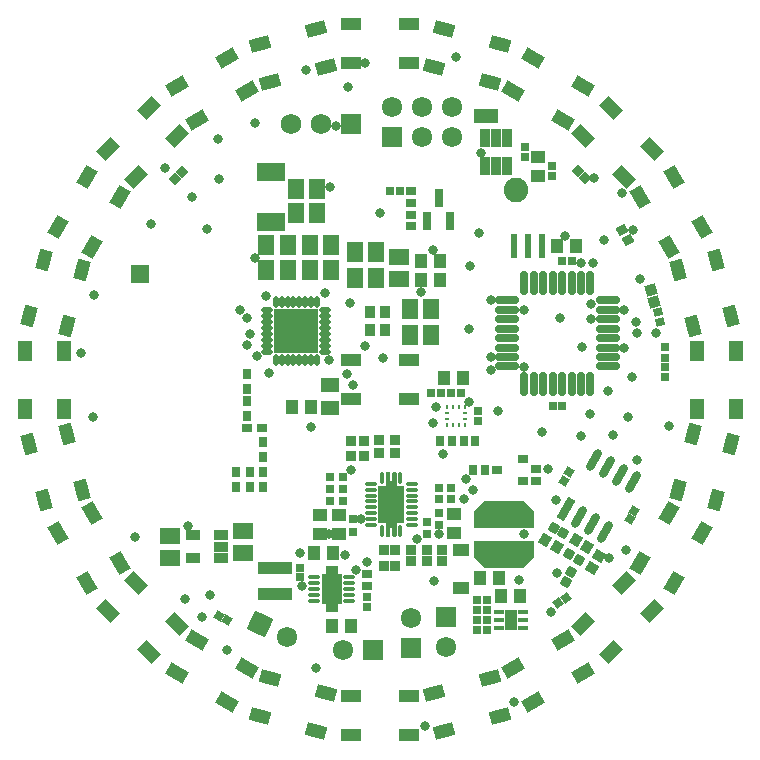
<source format=gts>
G04 Layer_Color=8388736*
%FSLAX25Y25*%
%MOIN*%
G70*
G01*
G75*
%ADD43O,0.00984X0.01476*%
%ADD44O,0.01476X0.00984*%
%ADD55R,0.01181X0.01181*%
%ADD64R,0.14567X0.14567*%
%ADD67R,0.03937X0.03937*%
%ADD113R,0.05847X0.05847*%
%ADD114R,0.03162X0.03162*%
%ADD115R,0.03162X0.03162*%
%ADD116R,0.05603X0.04383*%
%ADD117R,0.03241X0.03241*%
%ADD118R,0.03241X0.03241*%
%ADD119R,0.03359X0.02965*%
%ADD120R,0.02965X0.02572*%
%ADD121R,0.02847X0.02847*%
%ADD122R,0.11430X0.03950*%
%ADD123P,0.04027X4X105.0*%
%ADD124R,0.06509X0.05328*%
%ADD125R,0.02847X0.02847*%
%ADD126R,0.02965X0.03359*%
%ADD127R,0.03753X0.03162*%
%ADD128R,0.03162X0.06312*%
%ADD129R,0.02572X0.02965*%
%ADD130R,0.04343X0.04737*%
G04:AMPARAMS|DCode=131|XSize=29.65mil|YSize=25.72mil|CornerRadius=0mil|HoleSize=0mil|Usage=FLASHONLY|Rotation=15.000|XOffset=0mil|YOffset=0mil|HoleType=Round|Shape=Rectangle|*
%AMROTATEDRECTD131*
4,1,4,-0.01099,-0.01626,-0.01765,0.00858,0.01099,0.01626,0.01765,-0.00858,-0.01099,-0.01626,0.0*
%
%ADD131ROTATEDRECTD131*%

%ADD132P,0.05140X4X240.0*%
G04:AMPARAMS|DCode=133|XSize=33.59mil|YSize=29.65mil|CornerRadius=0mil|HoleSize=0mil|Usage=FLASHONLY|Rotation=210.000|XOffset=0mil|YOffset=0mil|HoleType=Round|Shape=Rectangle|*
%AMROTATEDRECTD133*
4,1,4,0.00713,0.02124,0.02196,-0.00444,-0.00713,-0.02124,-0.02196,0.00444,0.00713,0.02124,0.0*
%
%ADD133ROTATEDRECTD133*%

%ADD134P,0.04027X4X90.0*%
%ADD135R,0.04737X0.04343*%
%ADD136R,0.03556X0.05918*%
%ADD137P,0.04027X4X360.0*%
%ADD138P,0.04027X4X195.0*%
%ADD139P,0.04027X4X350.0*%
%ADD140P,0.04583X4X195.0*%
%ADD141P,0.04583X4X285.0*%
G04:AMPARAMS|DCode=142|XSize=78.87mil|YSize=27.92mil|CornerRadius=0mil|HoleSize=0mil|Usage=FLASHONLY|Rotation=60.000|XOffset=0mil|YOffset=0mil|HoleType=Round|Shape=Rectangle|*
%AMROTATEDRECTD142*
4,1,4,-0.00763,-0.04113,-0.03181,-0.02717,0.00763,0.04113,0.03181,0.02717,-0.00763,-0.04113,0.0*
%
%ADD142ROTATEDRECTD142*%

G04:AMPARAMS|DCode=143|XSize=78.87mil|YSize=27.92mil|CornerRadius=0mil|HoleSize=0mil|Usage=FLASHONLY|Rotation=60.000|XOffset=0mil|YOffset=0mil|HoleType=Round|Shape=Round|*
%AMOVALD143*
21,1,0.05095,0.02792,0.00000,0.00000,60.0*
1,1,0.02792,-0.01274,-0.02206*
1,1,0.02792,0.01274,0.02206*
%
%ADD143OVALD143*%

%ADD144R,0.05131X0.03359*%
%ADD145R,0.02800X0.04700*%
%ADD146R,0.02375X0.08280*%
%ADD147R,0.04488X0.06850*%
%ADD148R,0.03307X0.01732*%
%ADD149R,0.03359X0.03753*%
%ADD150R,0.03753X0.03359*%
G04:AMPARAMS|DCode=151|XSize=37.53mil|YSize=33.59mil|CornerRadius=0mil|HoleSize=0mil|Usage=FLASHONLY|Rotation=240.000|XOffset=0mil|YOffset=0mil|HoleType=Round|Shape=Rectangle|*
%AMROTATEDRECTD151*
4,1,4,-0.00516,0.02465,0.02393,0.00785,0.00516,-0.02465,-0.02393,-0.00785,-0.00516,0.02465,0.0*
%
%ADD151ROTATEDRECTD151*%

G04:AMPARAMS|DCode=152|XSize=37.53mil|YSize=33.59mil|CornerRadius=0mil|HoleSize=0mil|Usage=FLASHONLY|Rotation=150.000|XOffset=0mil|YOffset=0mil|HoleType=Round|Shape=Rectangle|*
%AMROTATEDRECTD152*
4,1,4,0.02465,0.00516,0.00785,-0.02393,-0.02465,-0.00516,-0.00785,0.02393,0.02465,0.00516,0.0*
%
%ADD152ROTATEDRECTD152*%

%ADD153R,0.06312X0.04934*%
%ADD154O,0.03898X0.01654*%
%ADD155R,0.07047X0.10000*%
%ADD156O,0.01654X0.03898*%
%ADD157R,0.05328X0.06509*%
%ADD158R,0.02800X0.03300*%
%ADD159R,0.03300X0.02800*%
%ADD160O,0.02762X0.08077*%
%ADD161O,0.08077X0.02762*%
%ADD162R,0.03753X0.04343*%
%ADD163O,0.01781X0.03947*%
%ADD164O,0.03947X0.01781*%
%ADD165R,0.06706X0.04343*%
G04:AMPARAMS|DCode=166|XSize=67.06mil|YSize=43.43mil|CornerRadius=0mil|HoleSize=0mil|Usage=FLASHONLY|Rotation=345.008|XOffset=0mil|YOffset=0mil|HoleType=Round|Shape=Rectangle|*
%AMROTATEDRECTD166*
4,1,4,-0.03800,-0.01231,-0.02677,0.02965,0.03800,0.01231,0.02677,-0.02965,-0.03800,-0.01231,0.0*
%
%ADD166ROTATEDRECTD166*%

G04:AMPARAMS|DCode=167|XSize=67.06mil|YSize=43.43mil|CornerRadius=0mil|HoleSize=0mil|Usage=FLASHONLY|Rotation=330.022|XOffset=0mil|YOffset=0mil|HoleType=Round|Shape=Rectangle|*
%AMROTATEDRECTD167*
4,1,4,-0.03989,-0.00206,-0.01819,0.03556,0.03989,0.00206,0.01819,-0.03556,-0.03989,-0.00206,0.0*
%
%ADD167ROTATEDRECTD167*%

G04:AMPARAMS|DCode=168|XSize=67.06mil|YSize=43.43mil|CornerRadius=0mil|HoleSize=0mil|Usage=FLASHONLY|Rotation=315.011|XOffset=0mil|YOffset=0mil|HoleType=Round|Shape=Rectangle|*
%AMROTATEDRECTD168*
4,1,4,-0.03907,0.00834,-0.00836,0.03906,0.03907,-0.00834,0.00836,-0.03906,-0.03907,0.00834,0.0*
%
%ADD168ROTATEDRECTD168*%

G04:AMPARAMS|DCode=169|XSize=67.06mil|YSize=43.43mil|CornerRadius=0mil|HoleSize=0mil|Usage=FLASHONLY|Rotation=300.025|XOffset=0mil|YOffset=0mil|HoleType=Round|Shape=Rectangle|*
%AMROTATEDRECTD169*
4,1,4,-0.03558,0.01816,0.00203,0.03990,0.03558,-0.01816,-0.00203,-0.03990,-0.03558,0.01816,0.0*
%
%ADD169ROTATEDRECTD169*%

G04:AMPARAMS|DCode=170|XSize=67.06mil|YSize=43.43mil|CornerRadius=0mil|HoleSize=0mil|Usage=FLASHONLY|Rotation=285.013|XOffset=0mil|YOffset=0mil|HoleType=Round|Shape=Rectangle|*
%AMROTATEDRECTD170*
4,1,4,-0.02966,0.02676,0.01229,0.03801,0.02966,-0.02676,-0.01229,-0.03801,-0.02966,0.02676,0.0*
%
%ADD170ROTATEDRECTD170*%

G04:AMPARAMS|DCode=171|XSize=67.06mil|YSize=43.43mil|CornerRadius=0mil|HoleSize=0mil|Usage=FLASHONLY|Rotation=270.002|XOffset=0mil|YOffset=0mil|HoleType=Round|Shape=Rectangle|*
%AMROTATEDRECTD171*
4,1,4,-0.02172,0.03353,0.02172,0.03353,0.02172,-0.03353,-0.02172,-0.03353,-0.02172,0.03353,0.0*
%
%ADD171ROTATEDRECTD171*%

G04:AMPARAMS|DCode=172|XSize=67.06mil|YSize=43.43mil|CornerRadius=0mil|HoleSize=0mil|Usage=FLASHONLY|Rotation=255.016|XOffset=0mil|YOffset=0mil|HoleType=Round|Shape=Rectangle|*
%AMROTATEDRECTD172*
4,1,4,-0.01231,0.03800,0.02965,0.02677,0.01231,-0.03800,-0.02965,-0.02677,-0.01231,0.03800,0.0*
%
%ADD172ROTATEDRECTD172*%

G04:AMPARAMS|DCode=173|XSize=67.06mil|YSize=43.43mil|CornerRadius=0mil|HoleSize=0mil|Usage=FLASHONLY|Rotation=240.005|XOffset=0mil|YOffset=0mil|HoleType=Round|Shape=Rectangle|*
%AMROTATEDRECTD173*
4,1,4,-0.00205,0.03989,0.03557,0.01818,0.00205,-0.03989,-0.03557,-0.01818,-0.00205,0.03989,0.0*
%
%ADD173ROTATEDRECTD173*%

G04:AMPARAMS|DCode=174|XSize=67.06mil|YSize=43.43mil|CornerRadius=0mil|HoleSize=0mil|Usage=FLASHONLY|Rotation=225.019|XOffset=0mil|YOffset=0mil|HoleType=Round|Shape=Rectangle|*
%AMROTATEDRECTD174*
4,1,4,0.00834,0.03907,0.03906,0.00836,-0.00834,-0.03907,-0.03906,-0.00836,0.00834,0.03907,0.0*
%
%ADD174ROTATEDRECTD174*%

G04:AMPARAMS|DCode=175|XSize=67.06mil|YSize=43.43mil|CornerRadius=0mil|HoleSize=0mil|Usage=FLASHONLY|Rotation=210.007|XOffset=0mil|YOffset=0mil|HoleType=Round|Shape=Rectangle|*
%AMROTATEDRECTD175*
4,1,4,0.01817,0.03557,0.03989,-0.00204,-0.01817,-0.03557,-0.03989,0.00204,0.01817,0.03557,0.0*
%
%ADD175ROTATEDRECTD175*%

G04:AMPARAMS|DCode=176|XSize=67.06mil|YSize=43.43mil|CornerRadius=0mil|HoleSize=0mil|Usage=FLASHONLY|Rotation=195.021|XOffset=0mil|YOffset=0mil|HoleType=Round|Shape=Rectangle|*
%AMROTATEDRECTD176*
4,1,4,0.02675,0.02966,0.03801,-0.01229,-0.02675,-0.02966,-0.03801,0.01229,0.02675,0.02966,0.0*
%
%ADD176ROTATEDRECTD176*%

%ADD177R,0.09461X0.05918*%
%ADD178R,0.01902X0.03556*%
%ADD179C,0.08200*%
%ADD180C,0.06784*%
%ADD181P,0.09594X4X380.0*%
%ADD182R,0.06784X0.06784*%
%ADD183R,0.06784X0.06784*%
%ADD184R,0.06902X0.06902*%
%ADD185C,0.06902*%
%ADD186C,0.03200*%
%ADD187C,0.02769*%
G36*
X51447Y-59185D02*
X47707Y-62728D01*
X35093D01*
X31353Y-59185D01*
Y-53658D01*
X51447D01*
Y-59185D01*
D02*
G37*
G36*
Y-43815D02*
Y-49343D01*
X31353D01*
Y-43815D01*
X35054Y-40272D01*
X47668D01*
X51447Y-43815D01*
D02*
G37*
G36*
X5279Y-30794D02*
X5321Y-30804D01*
X5361Y-30821D01*
X5398Y-30843D01*
X5431Y-30871D01*
X5459Y-30904D01*
X5482Y-30942D01*
X5498Y-30982D01*
X5508Y-31024D01*
X5512Y-31067D01*
Y-35220D01*
X7735D01*
X7779Y-35223D01*
X7821Y-35233D01*
X7861Y-35250D01*
X7898Y-35272D01*
X7931Y-35301D01*
X7959Y-35334D01*
X7982Y-35371D01*
X7998Y-35411D01*
X8009Y-35453D01*
X8012Y-35496D01*
Y-47504D01*
X8009Y-47547D01*
X7998Y-47589D01*
X7982Y-47629D01*
X7959Y-47666D01*
X7931Y-47699D01*
X7898Y-47728D01*
X7861Y-47750D01*
X7821Y-47767D01*
X7779Y-47777D01*
X7735Y-47780D01*
X5512D01*
Y-51933D01*
X5508Y-51976D01*
X5498Y-52019D01*
X5482Y-52059D01*
X5459Y-52096D01*
X5431Y-52129D01*
X5398Y-52157D01*
X5361Y-52179D01*
X5321Y-52196D01*
X5279Y-52206D01*
X5235Y-52210D01*
X4330D01*
X4287Y-52206D01*
X4245Y-52196D01*
X4205Y-52179D01*
X4168Y-52157D01*
X4135Y-52129D01*
X4106Y-52096D01*
X4084Y-52059D01*
X4067Y-52019D01*
X4057Y-51976D01*
X4053Y-51933D01*
Y-49355D01*
X3347D01*
Y-51933D01*
X3343Y-51976D01*
X3333Y-52019D01*
X3316Y-52059D01*
X3294Y-52096D01*
X3266Y-52129D01*
X3233Y-52157D01*
X3196Y-52179D01*
X3156Y-52196D01*
X3113Y-52206D01*
X3070Y-52210D01*
X2165D01*
X2121Y-52206D01*
X2079Y-52196D01*
X2039Y-52179D01*
X2002Y-52157D01*
X1969Y-52129D01*
X1941Y-52096D01*
X1918Y-52059D01*
X1902Y-52019D01*
X1892Y-51976D01*
X1888Y-51933D01*
Y-47780D01*
X-335D01*
X-379Y-47777D01*
X-421Y-47767D01*
X-461Y-47750D01*
X-498Y-47728D01*
X-531Y-47699D01*
X-559Y-47666D01*
X-582Y-47629D01*
X-598Y-47589D01*
X-608Y-47547D01*
X-612Y-47504D01*
Y-35496D01*
X-608Y-35453D01*
X-598Y-35411D01*
X-582Y-35371D01*
X-559Y-35334D01*
X-531Y-35301D01*
X-498Y-35272D01*
X-461Y-35250D01*
X-421Y-35233D01*
X-379Y-35223D01*
X-335Y-35220D01*
X1888D01*
Y-31067D01*
X1892Y-31024D01*
X1902Y-30982D01*
X1918Y-30942D01*
X1941Y-30904D01*
X1969Y-30871D01*
X2002Y-30843D01*
X2039Y-30821D01*
X2079Y-30804D01*
X2121Y-30794D01*
X2165Y-30790D01*
X3070D01*
X3113Y-30794D01*
X3156Y-30804D01*
X3196Y-30821D01*
X3233Y-30843D01*
X3266Y-30871D01*
X3294Y-30904D01*
X3316Y-30942D01*
X3333Y-30982D01*
X3343Y-31024D01*
X3347Y-31067D01*
Y-33645D01*
X4053D01*
Y-31067D01*
X4057Y-31024D01*
X4067Y-30982D01*
X4084Y-30942D01*
X4106Y-30904D01*
X4135Y-30871D01*
X4168Y-30843D01*
X4205Y-30821D01*
X4245Y-30804D01*
X4287Y-30794D01*
X4330Y-30790D01*
X5235D01*
X5279Y-30794D01*
D02*
G37*
D43*
X22268Y-9085D02*
D03*
X24236D02*
D03*
X26205D02*
D03*
X28173D02*
D03*
Y-14990D02*
D03*
X26205D02*
D03*
X24236D02*
D03*
X22268D02*
D03*
D44*
X28173Y-11053D02*
D03*
Y-13022D02*
D03*
X22268D02*
D03*
Y-11053D02*
D03*
D55*
X3700Y-41500D02*
D03*
D64*
X-27900Y16300D02*
D03*
D67*
X41400Y-58193D02*
D03*
Y-44807D02*
D03*
D113*
X-80016Y35375D02*
D03*
D114*
X23630Y-36192D02*
D03*
X19497D02*
D03*
X23630Y-39735D02*
D03*
X19497D02*
D03*
X-16608Y-40295D02*
D03*
X-12473D02*
D03*
X-16613Y-36362D02*
D03*
X-12479D02*
D03*
X-16613Y-32228D02*
D03*
X-12479D02*
D03*
D115*
X19545Y-44262D02*
D03*
Y-48395D02*
D03*
X15545Y-51496D02*
D03*
Y-47362D02*
D03*
X-9055Y-46461D02*
D03*
Y-50595D02*
D03*
D116*
X26800Y-56563D02*
D03*
Y-69437D02*
D03*
D117*
X20627Y-60257D02*
D03*
Y-56714D02*
D03*
X15508Y-60257D02*
D03*
Y-56714D02*
D03*
X10390Y-60257D02*
D03*
Y-56714D02*
D03*
D118*
X4882Y-56760D02*
D03*
X1338D02*
D03*
Y-62075D02*
D03*
X4882D02*
D03*
D119*
X-4380Y-68750D02*
D03*
Y-64813D02*
D03*
X51800Y-29831D02*
D03*
Y-33768D02*
D03*
X10400Y51131D02*
D03*
Y55068D02*
D03*
Y62868D02*
D03*
Y58931D02*
D03*
D120*
X-4380Y-72210D02*
D03*
Y-75753D02*
D03*
X95100Y4372D02*
D03*
Y828D02*
D03*
Y10972D02*
D03*
Y7428D02*
D03*
X35700Y-73328D02*
D03*
Y-76872D02*
D03*
X32200D02*
D03*
Y-73328D02*
D03*
D121*
X-26800Y-62625D02*
D03*
Y-65775D02*
D03*
X32600Y-13675D02*
D03*
Y-10525D02*
D03*
X57300Y71175D02*
D03*
Y68025D02*
D03*
X48200Y77475D02*
D03*
Y74325D02*
D03*
D122*
X-35000Y-62869D02*
D03*
Y-71531D02*
D03*
D123*
X-53864Y-78613D02*
D03*
X-51136Y-80187D02*
D03*
D124*
X-69900Y-52157D02*
D03*
Y-59243D02*
D03*
X-45800Y-57543D02*
D03*
Y-50457D02*
D03*
X6372Y40821D02*
D03*
Y33734D02*
D03*
D125*
X20195Y-4437D02*
D03*
X17046D02*
D03*
X26895D02*
D03*
X23746D02*
D03*
X63797Y39778D02*
D03*
X60647D02*
D03*
X60675Y-8800D02*
D03*
X57525D02*
D03*
X35575Y-83500D02*
D03*
X32425D02*
D03*
D126*
X31769Y-20400D02*
D03*
X27832D02*
D03*
X34969Y-30000D02*
D03*
X31032D02*
D03*
X20032Y-20400D02*
D03*
X23969D02*
D03*
D127*
X38933Y-30064D02*
D03*
X47594Y-26324D02*
D03*
Y-33804D02*
D03*
D128*
X15781Y53058D02*
D03*
X23261D02*
D03*
X19522Y60538D02*
D03*
D129*
X6672Y63000D02*
D03*
X3128D02*
D03*
X32228Y-80100D02*
D03*
X35772D02*
D03*
D130*
X65372Y44699D02*
D03*
X59073D02*
D03*
X-16030Y-81982D02*
D03*
X-9731D02*
D03*
X33350Y-65900D02*
D03*
X39650D02*
D03*
X-23050Y-9100D02*
D03*
X-29350D02*
D03*
X21171Y563D02*
D03*
X27470D02*
D03*
X40450Y-72200D02*
D03*
X46750D02*
D03*
X-15850Y-57600D02*
D03*
X-22150D02*
D03*
X19950Y33300D02*
D03*
X13650D02*
D03*
X20050Y39500D02*
D03*
X13750D02*
D03*
D131*
X92541Y22611D02*
D03*
X93458Y19189D02*
D03*
D132*
X91409Y26099D02*
D03*
X90390Y29901D02*
D03*
D133*
X82584Y46595D02*
D03*
X80616Y50005D02*
D03*
D134*
X65958Y69526D02*
D03*
X68186Y67299D02*
D03*
D135*
X52600Y67950D02*
D03*
Y74250D02*
D03*
X24645Y-44679D02*
D03*
Y-50978D02*
D03*
X-13855Y-51478D02*
D03*
Y-45179D02*
D03*
X-20155D02*
D03*
Y-51478D02*
D03*
D136*
X34806Y71295D02*
D03*
X38546D02*
D03*
X42287D02*
D03*
Y80744D02*
D03*
X38546D02*
D03*
X34806D02*
D03*
D137*
X-66080Y69192D02*
D03*
X-68308Y66965D02*
D03*
D138*
X61313Y-33564D02*
D03*
X62888Y-30836D02*
D03*
X83213Y-46464D02*
D03*
X84787Y-43736D02*
D03*
D139*
X61990Y-72697D02*
D03*
X59410Y-74503D02*
D03*
D140*
X61814Y-67234D02*
D03*
X63586Y-64166D02*
D03*
D141*
X61034Y-51086D02*
D03*
X57966Y-49314D02*
D03*
X66134Y-59886D02*
D03*
X63066Y-58114D02*
D03*
D142*
X61900Y-43200D02*
D03*
D143*
X66230Y-45700D02*
D03*
X70560Y-48200D02*
D03*
X74890Y-50700D02*
D03*
X71428Y-26698D02*
D03*
X75758Y-29198D02*
D03*
X80088Y-31698D02*
D03*
X84418Y-34198D02*
D03*
D144*
X-52976Y-59340D02*
D03*
Y-55600D02*
D03*
Y-51860D02*
D03*
X-62424D02*
D03*
Y-59340D02*
D03*
D145*
X35300Y87900D02*
D03*
X38100D02*
D03*
X32500D02*
D03*
D146*
X54124Y44700D02*
D03*
X49400D02*
D03*
X44676D02*
D03*
D147*
X43600Y-80000D02*
D03*
D148*
X47734Y-77441D02*
D03*
Y-80000D02*
D03*
Y-82559D02*
D03*
X39466D02*
D03*
Y-80000D02*
D03*
Y-77441D02*
D03*
D149*
X-9617Y-25519D02*
D03*
X-5286D02*
D03*
X-9617Y-20400D02*
D03*
X-5286D02*
D03*
D150*
X4950Y-20203D02*
D03*
Y-24534D02*
D03*
X-365Y-20203D02*
D03*
Y-24534D02*
D03*
D151*
X55125Y-53417D02*
D03*
X58875Y-55583D02*
D03*
X65325Y-53517D02*
D03*
X69075Y-55683D02*
D03*
D152*
X70717Y-62575D02*
D03*
X72883Y-58825D02*
D03*
D153*
X-16600Y-9240D02*
D03*
Y-1760D02*
D03*
D154*
X-10273Y-65745D02*
D03*
Y-67713D02*
D03*
Y-69682D02*
D03*
Y-71650D02*
D03*
Y-73619D02*
D03*
X-21888D02*
D03*
Y-71650D02*
D03*
Y-69682D02*
D03*
Y-67713D02*
D03*
Y-65745D02*
D03*
X-3091Y-48390D02*
D03*
Y-46421D02*
D03*
Y-44453D02*
D03*
Y-42484D02*
D03*
Y-40516D02*
D03*
Y-38547D02*
D03*
Y-36579D02*
D03*
Y-34610D02*
D03*
X10491D02*
D03*
Y-36579D02*
D03*
Y-38547D02*
D03*
Y-40516D02*
D03*
Y-42484D02*
D03*
Y-44453D02*
D03*
Y-46421D02*
D03*
Y-48390D02*
D03*
D155*
X-16081Y-69682D02*
D03*
D156*
X6653Y-50260D02*
D03*
X747D02*
D03*
Y-32740D02*
D03*
X6653D02*
D03*
D157*
X9957Y14800D02*
D03*
X17043D02*
D03*
X-8343Y34100D02*
D03*
X-1257D02*
D03*
X9857Y23600D02*
D03*
X16943D02*
D03*
X-23537Y44957D02*
D03*
X-16450D02*
D03*
X-37907Y44957D02*
D03*
X-30820D02*
D03*
Y36492D02*
D03*
X-37907D02*
D03*
X-20957Y55500D02*
D03*
X-28043D02*
D03*
X-23537Y36492D02*
D03*
X-16450D02*
D03*
X-20957Y63700D02*
D03*
X-28043D02*
D03*
X-1257Y42600D02*
D03*
X-8343D02*
D03*
D158*
X-43533Y-35851D02*
D03*
Y-30851D02*
D03*
X-39006Y-35851D02*
D03*
Y-30851D02*
D03*
X-48061Y-35851D02*
D03*
Y-30851D02*
D03*
X-44500Y2100D02*
D03*
Y-2900D02*
D03*
Y-7100D02*
D03*
Y-12100D02*
D03*
X-39006Y-20694D02*
D03*
Y-25694D02*
D03*
D159*
X-44320Y-15969D02*
D03*
X-39320D02*
D03*
D160*
X70124Y32232D02*
D03*
X66974D02*
D03*
X63824D02*
D03*
X60675D02*
D03*
X57525D02*
D03*
X54376D02*
D03*
X51226D02*
D03*
X48076D02*
D03*
Y-1232D02*
D03*
X51226D02*
D03*
X54376D02*
D03*
X57525D02*
D03*
X60675D02*
D03*
X63824D02*
D03*
X66974D02*
D03*
X70124D02*
D03*
D161*
X42368Y26524D02*
D03*
Y23374D02*
D03*
Y20224D02*
D03*
Y17075D02*
D03*
Y13925D02*
D03*
Y10776D02*
D03*
Y7626D02*
D03*
Y4476D02*
D03*
X75832D02*
D03*
Y7626D02*
D03*
Y10776D02*
D03*
Y13925D02*
D03*
Y17075D02*
D03*
Y20224D02*
D03*
Y23374D02*
D03*
Y26524D02*
D03*
D162*
X1561Y22653D02*
D03*
Y16747D02*
D03*
X-3361Y22653D02*
D03*
Y16747D02*
D03*
D163*
X-21010Y25946D02*
D03*
X-22979D02*
D03*
X-24947D02*
D03*
X-26916D02*
D03*
X-28884D02*
D03*
X-30853D02*
D03*
X-32821D02*
D03*
X-34790D02*
D03*
Y6654D02*
D03*
X-32821D02*
D03*
X-30853D02*
D03*
X-28884D02*
D03*
X-26916D02*
D03*
X-24947D02*
D03*
X-22979D02*
D03*
X-21010D02*
D03*
D164*
X-37546Y23190D02*
D03*
Y21221D02*
D03*
Y19253D02*
D03*
Y17284D02*
D03*
Y15316D02*
D03*
Y13347D02*
D03*
Y11379D02*
D03*
Y9410D02*
D03*
X-18254D02*
D03*
Y11379D02*
D03*
Y13347D02*
D03*
Y15316D02*
D03*
Y17284D02*
D03*
Y19253D02*
D03*
Y21221D02*
D03*
Y23190D02*
D03*
D165*
X9646Y-6496D02*
D03*
Y6496D02*
D03*
X-9646D02*
D03*
Y-6496D02*
D03*
X-9646Y105504D02*
D03*
Y118496D02*
D03*
X9646D02*
D03*
Y105504D02*
D03*
X9645Y-105502D02*
D03*
X9647Y-118494D02*
D03*
X-9645Y-118498D02*
D03*
X-9647Y-105506D02*
D03*
D166*
X36637Y99430D02*
D03*
X39998Y111980D02*
D03*
X21363Y116970D02*
D03*
X18002Y104420D02*
D03*
X-36627Y-99416D02*
D03*
X-39985Y-111967D02*
D03*
X-21348Y-116952D02*
D03*
X-17991Y-104401D02*
D03*
D167*
X44399Y96193D02*
D03*
X50891Y107447D02*
D03*
X67601Y97807D02*
D03*
X61109Y86553D02*
D03*
X-44399Y-96189D02*
D03*
X-50892Y-107442D02*
D03*
X-67601Y-97800D02*
D03*
X-61108Y-86547D02*
D03*
D168*
X81429Y67787D02*
D03*
X90614Y76975D02*
D03*
X76971Y90614D02*
D03*
X67786Y81425D02*
D03*
X-81423Y-67782D02*
D03*
X-90610Y-76969D02*
D03*
X-76969Y-90610D02*
D03*
X-67782Y-81423D02*
D03*
D169*
X86549Y61101D02*
D03*
X97798Y67602D02*
D03*
X107451Y50899D02*
D03*
X96202Y44398D02*
D03*
X-86545Y-61103D02*
D03*
X-97795Y-67602D02*
D03*
X-107445Y-50897D02*
D03*
X-96195Y-44398D02*
D03*
D170*
X104424Y18001D02*
D03*
X116973Y21366D02*
D03*
X111976Y39999D02*
D03*
X99427Y36634D02*
D03*
X-104406Y-17989D02*
D03*
X-116955Y-21353D02*
D03*
X-111961Y-39986D02*
D03*
X-99412Y-36623D02*
D03*
D171*
X105504Y9645D02*
D03*
X118496Y9646D02*
D03*
X118496Y-9646D02*
D03*
X105504Y-9646D02*
D03*
X-105501Y-9644D02*
D03*
X-118493Y-9648D02*
D03*
X-118499Y9644D02*
D03*
X-105507Y9648D02*
D03*
D172*
X99431Y-36626D02*
D03*
X111981Y-39985D02*
D03*
X116969Y-21350D02*
D03*
X104419Y-17990D02*
D03*
X-99413Y36637D02*
D03*
X-111963Y39998D02*
D03*
X-116954Y21363D02*
D03*
X-104404Y18002D02*
D03*
D173*
X96196Y-44399D02*
D03*
X107448Y-50894D02*
D03*
X97804Y-67601D02*
D03*
X86552Y-61106D02*
D03*
X-96188Y44399D02*
D03*
X-107442Y50891D02*
D03*
X-97802Y67601D02*
D03*
X-86548Y61109D02*
D03*
D174*
X67787Y-81427D02*
D03*
X76977Y-90611D02*
D03*
X90613Y-76965D02*
D03*
X81423Y-67781D02*
D03*
X-67782Y81429D02*
D03*
X-76971Y90614D02*
D03*
X-90610Y76971D02*
D03*
X-81421Y67786D02*
D03*
D175*
X61104Y-86546D02*
D03*
X67602Y-97796D02*
D03*
X50896Y-107444D02*
D03*
X44398Y-96193D02*
D03*
X-61101Y86549D02*
D03*
X-67602Y97798D02*
D03*
X-50899Y107451D02*
D03*
X-44398Y96202D02*
D03*
D176*
X18000Y-104410D02*
D03*
X21368Y-116958D02*
D03*
X40000Y-111958D02*
D03*
X36632Y-99410D02*
D03*
X-17989Y104424D02*
D03*
X-21354Y116973D02*
D03*
X-39987Y111976D02*
D03*
X-36622Y99427D02*
D03*
D177*
X-36410Y52613D02*
D03*
Y69148D02*
D03*
D178*
X-17065Y-75784D02*
D03*
X-15096D02*
D03*
Y-63580D02*
D03*
X-17065D02*
D03*
D179*
X45300Y63200D02*
D03*
D180*
X-31137Y-85726D02*
D03*
X-12400Y-90200D02*
D03*
X22000Y-89100D02*
D03*
X10300Y-79500D02*
D03*
X3900Y90800D02*
D03*
X13900Y80800D02*
D03*
X23900D02*
D03*
X13900Y90800D02*
D03*
X23900D02*
D03*
D181*
X-40200Y-81500D02*
D03*
D182*
X-2400Y-90200D02*
D03*
X3900Y80800D02*
D03*
D183*
X22000Y-79100D02*
D03*
X10300Y-89500D02*
D03*
D184*
X-9800Y85400D02*
D03*
D185*
X-19800D02*
D03*
X-29800D02*
D03*
D186*
X-10600Y97600D02*
D03*
X33100Y48800D02*
D03*
X59900Y20700D02*
D03*
X53900Y-17400D02*
D03*
X-21500Y-96100D02*
D03*
X-59500Y-79100D02*
D03*
X-56800Y-71700D02*
D03*
X-65100Y-72900D02*
D03*
X-81600Y-52300D02*
D03*
X-95800Y-12300D02*
D03*
X-99600Y8800D02*
D03*
X-95400Y28200D02*
D03*
X96400Y-15500D02*
D03*
X77700Y-18300D02*
D03*
X82700Y-12300D02*
D03*
X75900Y-3700D02*
D03*
X-76500Y52000D02*
D03*
X-57800Y50200D02*
D03*
X-62700Y60800D02*
D03*
X-53600Y66800D02*
D03*
X-54200Y80200D02*
D03*
X-41700Y85600D02*
D03*
X70124Y-11332D02*
D03*
X28468Y-33031D02*
D03*
X-18531Y29068D02*
D03*
X17569Y43169D02*
D03*
X-10126Y25469D02*
D03*
X-4901Y11201D02*
D03*
X-23050Y-15650D02*
D03*
X71368Y67269D02*
D03*
X100Y55700D02*
D03*
X56800Y-77400D02*
D03*
X-16904Y6496D02*
D03*
X44500Y-107300D02*
D03*
X15100Y-115300D02*
D03*
X-71843Y70500D02*
D03*
X-51136Y-90131D02*
D03*
X84069Y828D02*
D03*
X46247Y-66853D02*
D03*
X-7931Y-63432D02*
D03*
X48044Y-51300D02*
D03*
X81368Y23374D02*
D03*
X91969Y15768D02*
D03*
X58868Y-64289D02*
D03*
X-4380Y-60782D02*
D03*
X1732Y-45437D02*
D03*
X-41631Y40569D02*
D03*
X-37931Y27968D02*
D03*
X-16632Y64268D02*
D03*
X81968Y-56832D02*
D03*
X19600Y-51500D02*
D03*
X39369Y-10232D02*
D03*
X81368Y10768D02*
D03*
X21068Y-24732D02*
D03*
X67212Y10869D02*
D03*
X70268Y20268D02*
D03*
X70294Y25274D02*
D03*
X-14831Y84469D02*
D03*
X74568Y46668D02*
D03*
X85568Y15739D02*
D03*
X33518Y75568D02*
D03*
X48077Y4261D02*
D03*
X-44232Y20518D02*
D03*
X36869Y3269D02*
D03*
X-41200Y7900D02*
D03*
X36869Y7668D02*
D03*
X-43431Y15316D02*
D03*
X-8900Y-1600D02*
D03*
X-44400Y11700D02*
D03*
X-36900Y2200D02*
D03*
X-11100Y2000D02*
D03*
X55869Y-29831D02*
D03*
X66974Y-18726D02*
D03*
X36869Y26568D02*
D03*
X76169Y-59232D02*
D03*
X-24800Y103300D02*
D03*
X29800Y38100D02*
D03*
X-5032Y105504D02*
D03*
X25168Y107569D02*
D03*
X58700Y-40000D02*
D03*
X85700Y-26700D02*
D03*
X-6331Y-46431D02*
D03*
X-9617Y-30146D02*
D03*
X12300Y-53000D02*
D03*
X27800Y-39800D02*
D03*
X17778Y-14232D02*
D03*
X70800Y38900D02*
D03*
X29568Y-7231D02*
D03*
Y17075D02*
D03*
X47868Y23374D02*
D03*
X86548Y33744D02*
D03*
X18568Y-9132D02*
D03*
X66969Y39018D02*
D03*
X31032Y-36869D02*
D03*
X18000Y-67000D02*
D03*
X-26700Y-57700D02*
D03*
X-11631Y-58281D02*
D03*
X-26131Y-68632D02*
D03*
X84148Y50005D02*
D03*
X80616Y62157D02*
D03*
X-63932Y-48731D02*
D03*
X61668Y47969D02*
D03*
X-46632Y23190D02*
D03*
X85300Y19189D02*
D03*
X-17000Y-51478D02*
D03*
X900Y7400D02*
D03*
X13468Y29269D02*
D03*
D187*
X43600Y-81575D02*
D03*
Y-78425D02*
D03*
X-14112Y-72635D02*
D03*
X-18049D02*
D03*
Y-66729D02*
D03*
X-14112D02*
D03*
X-16081Y-69682D02*
D03*
M02*

</source>
